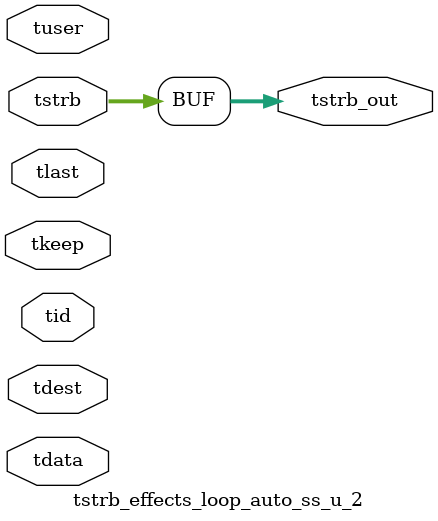
<source format=v>


`timescale 1ps/1ps

module tstrb_effects_loop_auto_ss_u_2 #
(
parameter C_S_AXIS_TDATA_WIDTH = 32,
parameter C_S_AXIS_TUSER_WIDTH = 0,
parameter C_S_AXIS_TID_WIDTH   = 0,
parameter C_S_AXIS_TDEST_WIDTH = 0,
parameter C_M_AXIS_TDATA_WIDTH = 32
)
(
input  [(C_S_AXIS_TDATA_WIDTH == 0 ? 1 : C_S_AXIS_TDATA_WIDTH)-1:0     ] tdata,
input  [(C_S_AXIS_TUSER_WIDTH == 0 ? 1 : C_S_AXIS_TUSER_WIDTH)-1:0     ] tuser,
input  [(C_S_AXIS_TID_WIDTH   == 0 ? 1 : C_S_AXIS_TID_WIDTH)-1:0       ] tid,
input  [(C_S_AXIS_TDEST_WIDTH == 0 ? 1 : C_S_AXIS_TDEST_WIDTH)-1:0     ] tdest,
input  [(C_S_AXIS_TDATA_WIDTH/8)-1:0 ] tkeep,
input  [(C_S_AXIS_TDATA_WIDTH/8)-1:0 ] tstrb,
input                                                                    tlast,
output [(C_M_AXIS_TDATA_WIDTH/8)-1:0 ] tstrb_out
);

assign tstrb_out = {tstrb[7:0]};

endmodule


</source>
